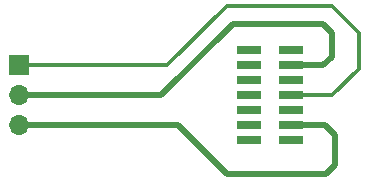
<source format=gbl>
%TF.GenerationSoftware,KiCad,Pcbnew,7.0.2*%
%TF.CreationDate,2023-10-29T21:13:40-05:00*%
%TF.ProjectId,data_port_breakout,64617461-5f70-46f7-9274-5f627265616b,rev?*%
%TF.SameCoordinates,Original*%
%TF.FileFunction,Copper,L2,Bot*%
%TF.FilePolarity,Positive*%
%FSLAX46Y46*%
G04 Gerber Fmt 4.6, Leading zero omitted, Abs format (unit mm)*
G04 Created by KiCad (PCBNEW 7.0.2) date 2023-10-29 21:13:40*
%MOMM*%
%LPD*%
G01*
G04 APERTURE LIST*
%TA.AperFunction,ComponentPad*%
%ADD10R,1.700000X1.700000*%
%TD*%
%TA.AperFunction,ComponentPad*%
%ADD11O,1.700000X1.700000*%
%TD*%
%TA.AperFunction,SMDPad,CuDef*%
%ADD12R,2.100000X0.750000*%
%TD*%
%TA.AperFunction,Conductor*%
%ADD13C,0.300000*%
%TD*%
%TA.AperFunction,Conductor*%
%ADD14C,0.500000*%
%TD*%
G04 APERTURE END LIST*
D10*
%TO.P,J2,1,Pin_1*%
%TO.N,/S*%
X80715000Y-88564955D03*
D11*
%TO.P,J2,2,Pin_2*%
%TO.N,+5V*%
X80715000Y-91104955D03*
%TO.P,J2,3,Pin_3*%
%TO.N,GND*%
X80715000Y-93644955D03*
%TD*%
D12*
%TO.P,J3,1,Pin_1*%
%TO.N,unconnected-(J3-Pin_1-Pad1)*%
X100162173Y-87294955D03*
%TO.P,J3,2,Pin_2*%
%TO.N,unconnected-(J3-Pin_2-Pad2)*%
X103762173Y-87294955D03*
%TO.P,J3,3,Pin_3*%
%TO.N,unconnected-(J3-Pin_3-Pad3)*%
X100162173Y-88564955D03*
%TO.P,J3,4,Pin_4*%
%TO.N,+5V*%
X103762173Y-88564955D03*
%TO.P,J3,5,Pin_5*%
%TO.N,unconnected-(J3-Pin_5-Pad5)*%
X100162173Y-89834955D03*
%TO.P,J3,6,Pin_6*%
%TO.N,unconnected-(J3-Pin_6-Pad6)*%
X103762173Y-89834955D03*
%TO.P,J3,7,Pin_7*%
%TO.N,unconnected-(J3-Pin_7-Pad7)*%
X100162173Y-91104955D03*
%TO.P,J3,8,Pin_8*%
%TO.N,/S*%
X103762173Y-91104955D03*
%TO.P,J3,9,Pin_9*%
%TO.N,unconnected-(J3-Pin_9-Pad9)*%
X100162173Y-92374955D03*
%TO.P,J3,10,Pin_10*%
%TO.N,unconnected-(J3-Pin_10-Pad10)*%
X103762173Y-92374955D03*
%TO.P,J3,11,Pin_11*%
%TO.N,unconnected-(J3-Pin_11-Pad11)*%
X100162173Y-93644955D03*
%TO.P,J3,12,Pin_12*%
%TO.N,GND*%
X103762173Y-93644955D03*
%TO.P,J3,13,Pin_13*%
%TO.N,unconnected-(J3-Pin_13-Pad13)*%
X100162173Y-94914955D03*
%TO.P,J3,14,Pin_14*%
%TO.N,unconnected-(J3-Pin_14-Pad14)*%
X103762173Y-94914955D03*
%TD*%
D13*
%TO.N,/S*%
X93299045Y-88564955D02*
X80715000Y-88564955D01*
X109474000Y-88900000D02*
X109474000Y-85852000D01*
X107269045Y-91104955D02*
X109474000Y-88900000D01*
X107188000Y-83566000D02*
X98298000Y-83566000D01*
X109474000Y-85852000D02*
X107188000Y-83566000D01*
X98298000Y-83566000D02*
X93299045Y-88564955D01*
X103762173Y-91104955D02*
X107269045Y-91104955D01*
D14*
%TO.N,+5V*%
X107188000Y-87884000D02*
X107188000Y-85852000D01*
X107188000Y-85852000D02*
X106426000Y-85090000D01*
X92791045Y-91104955D02*
X80715000Y-91104955D01*
X106507045Y-88564955D02*
X107188000Y-87884000D01*
X103762173Y-88564955D02*
X106507045Y-88564955D01*
X98806000Y-85090000D02*
X92791045Y-91104955D01*
X106426000Y-85090000D02*
X98806000Y-85090000D01*
%TO.N,GND*%
X106680000Y-97790000D02*
X98298000Y-97790000D01*
X94152955Y-93644955D02*
X80715000Y-93644955D01*
X103762173Y-93644955D02*
X106598955Y-93644955D01*
X107442000Y-94488000D02*
X107442000Y-97028000D01*
X98298000Y-97790000D02*
X94152955Y-93644955D01*
X106598955Y-93644955D02*
X107442000Y-94488000D01*
X107442000Y-97028000D02*
X106680000Y-97790000D01*
%TD*%
M02*

</source>
